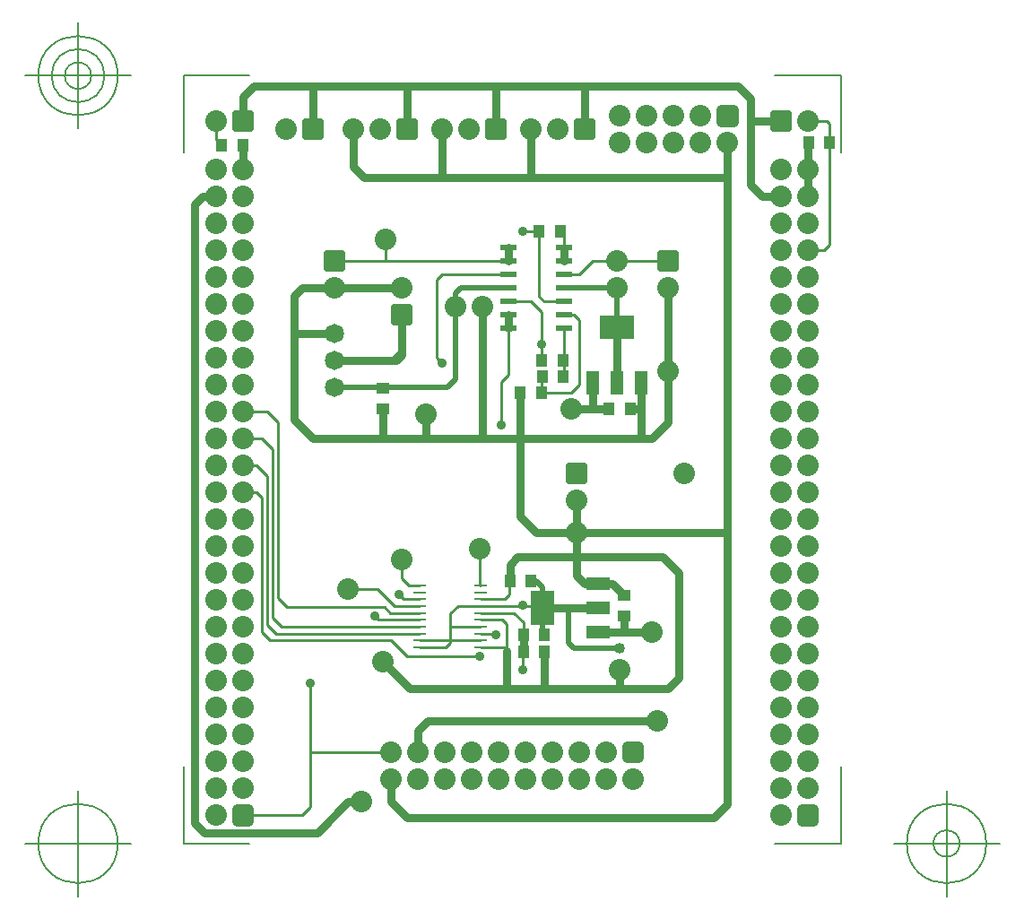
<source format=gbr>
G04 Generated by Ultiboard 13.0 *
%FSLAX25Y25*%
%MOIN*%

%ADD10C,0.00001*%
%ADD11C,0.03000*%
%ADD12C,0.01000*%
%ADD13C,0.02000*%
%ADD14C,0.00500*%
%ADD15C,0.08000*%
%ADD16C,0.03500*%
%ADD17R,0.06000X0.06000*%
%ADD18C,0.02000*%
%ADD19R,0.06102X0.02362*%
%ADD20R,0.04724X0.08661*%
%ADD21R,0.13000X0.08600*%
%ADD22R,0.04724X0.00984*%
%ADD23C,0.04000*%
%ADD24R,0.04000X0.05000*%
%ADD25R,0.08600X0.13000*%
%ADD26R,0.08661X0.04724*%
%ADD27R,0.05000X0.04000*%
%ADD28R,0.04083X0.04083*%
%ADD29C,0.03917*%
%ADD30C,0.07166*%


G04 ColorRGB 0000FF for the following layer *
%LNCopper Bottom*%
%LPD*%
G54D10*
G54D11*
X295000Y205000D02*
X295000Y196000D01*
X316000Y245000D02*
X316000Y196000D01*
X330100Y213000D02*
X330100Y196100D01*
X375000Y196000D02*
X375000Y216626D01*
X385000Y202000D02*
X379000Y196000D01*
X385000Y252000D02*
X385000Y202000D01*
X349000Y207000D02*
X363100Y207000D01*
X356945Y216681D02*
X356945Y207055D01*
X370800Y207000D02*
X375000Y207000D01*
X366000Y216681D02*
X366000Y237381D01*
X325764Y242000D02*
X325764Y237000D01*
X325764Y267000D02*
X325764Y262000D01*
X346236Y267000D02*
X346236Y262000D01*
X231000Y327000D02*
X227000Y323000D01*
X227000Y314000D02*
X227000Y323000D01*
X253000Y311000D02*
X253000Y327000D01*
X288000Y311000D02*
X288000Y327000D01*
X321000Y311000D02*
X321000Y327000D01*
X354000Y311000D02*
X354000Y327000D01*
X268000Y311000D02*
X268000Y297000D01*
X272000Y293000D01*
X301000Y311000D02*
X301000Y293000D01*
X272000Y293000D02*
X301000Y293000D01*
X302000Y293000D02*
X407100Y293000D01*
X334000Y311000D02*
X334000Y294000D01*
X335000Y293000D01*
X282000Y61000D02*
X282000Y69400D01*
X288000Y55000D02*
X282000Y61000D01*
X295600Y91000D02*
X292000Y87400D01*
X292000Y79400D01*
X381000Y91000D02*
X295600Y91000D01*
X407100Y60100D02*
X402000Y55000D01*
X407100Y60100D02*
X407100Y306000D01*
X402000Y55000D02*
X288000Y55000D01*
X338306Y133118D02*
X359006Y133118D01*
X338850Y116950D02*
X338850Y103150D01*
X331200Y123000D02*
X331200Y117000D01*
X359006Y124063D02*
X366000Y124063D01*
X378937Y124063D01*
X368687Y130218D02*
X368687Y124376D01*
X385000Y103000D02*
X389000Y107000D01*
X330000Y167000D02*
X330000Y196000D01*
X336000Y161000D02*
X330000Y167000D01*
X336000Y161000D02*
X407100Y161000D01*
X326200Y143000D02*
X326200Y149200D01*
X329000Y152000D01*
X383000Y152000D02*
X389000Y146000D01*
X329000Y152000D02*
X383000Y152000D01*
X389000Y107000D02*
X389000Y146000D01*
X351000Y145179D02*
X354006Y142173D01*
X359006Y142173D01*
X368687Y137918D02*
X364432Y142173D01*
X359006Y142173D01*
X325000Y117000D02*
X325000Y103000D01*
X385000Y103000D02*
X367000Y103000D01*
X366121Y103000D02*
X367000Y103879D01*
X367000Y110000D02*
X367000Y103879D01*
X366121Y103000D02*
X289000Y103000D01*
X279000Y113000D01*
X227000Y296000D02*
X227000Y304800D01*
X427000Y314000D02*
X416000Y314000D01*
X415500Y322500D02*
X411000Y327000D01*
X231000Y327000D01*
X437000Y286000D02*
X437000Y305800D01*
X420000Y286000D02*
X415500Y290500D01*
X427000Y286000D02*
X420000Y286000D01*
X415500Y290500D02*
X415500Y322500D01*
X351000Y145179D02*
X351000Y173000D01*
X217000Y286000D02*
X212000Y286000D01*
X209000Y283000D01*
X209000Y53000D01*
X212500Y49500D01*
X254500Y49500D01*
X266000Y61000D01*
X271000Y61000D02*
X266000Y61000D01*
X246000Y249000D02*
X246000Y203000D01*
X253000Y196000D01*
X249000Y252000D02*
X246000Y249000D01*
X261000Y235000D02*
X246000Y235000D01*
X279000Y207200D02*
X279000Y197000D01*
X278000Y196000D01*
X253000Y196000D02*
X379000Y196000D01*
X261000Y225000D02*
X284000Y225000D01*
X286000Y227000D01*
X276000Y252000D02*
X286000Y252000D01*
X249000Y252000D02*
X275000Y252000D01*
X283000Y225000D02*
X286000Y228000D01*
X286000Y227000D01*
X286000Y242000D02*
X286000Y229000D01*
G54D12*
X337800Y213000D02*
X349000Y213000D01*
X337800Y213000D02*
X337800Y218600D01*
X338200Y213400D02*
X337800Y213000D01*
X349000Y213000D02*
X352000Y216000D01*
X352000Y240000D02*
X352000Y216000D01*
X338100Y225000D02*
X338100Y230900D01*
X337800Y218600D02*
X338200Y219000D01*
X346236Y237000D02*
X346236Y219336D01*
X345900Y219000D01*
X338000Y243000D02*
X338000Y231000D01*
X350000Y242000D02*
X352000Y240000D01*
X345900Y236664D02*
X346236Y237000D01*
X325764Y247000D02*
X334000Y247000D01*
X338000Y243000D01*
X346236Y247000D02*
X339000Y247000D01*
X337100Y248900D02*
X337100Y273000D01*
X339000Y247000D02*
X337100Y248900D01*
X346236Y242000D02*
X350000Y242000D01*
X337100Y273000D02*
X331000Y273000D01*
X346236Y271564D02*
X344800Y273000D01*
X346236Y267000D02*
X346236Y271564D01*
X325764Y237000D02*
X325764Y219764D01*
X323000Y217000D01*
X323000Y201000D02*
X323000Y217000D01*
X315000Y155000D02*
X315000Y141933D01*
X315417Y141516D01*
X234000Y196000D02*
X227000Y196000D01*
X232000Y186000D02*
X227000Y186000D01*
X292583Y131280D02*
X281720Y131280D01*
X292583Y128720D02*
X277280Y128720D01*
X276000Y130000D02*
X277280Y128720D01*
X281720Y131280D02*
X279500Y133500D01*
X292583Y121043D02*
X315417Y121043D01*
X303978Y121022D02*
X304000Y121043D01*
X302441Y118484D02*
X303978Y120022D01*
X292583Y118484D02*
X302441Y118484D01*
X303978Y121022D02*
X303978Y120022D01*
X337585Y133839D02*
X338306Y133118D01*
X306839Y133839D02*
X337585Y133839D01*
X306839Y133839D02*
X303978Y130978D01*
X303978Y121022D02*
X303978Y130978D01*
X323280Y128720D02*
X325000Y127000D01*
X315417Y128720D02*
X323280Y128720D01*
X331000Y110000D02*
X331000Y117000D01*
X315417Y136398D02*
X324398Y136398D01*
X326000Y138000D01*
X326000Y142800D01*
X326200Y143000D01*
X292583Y133839D02*
X283161Y133839D01*
X292583Y136398D02*
X286602Y136398D01*
X285000Y138000D02*
X286602Y136398D01*
X315417Y126161D02*
X303978Y126161D01*
X325000Y117000D02*
X325000Y127000D01*
X315417Y118484D02*
X324484Y118484D01*
X325000Y119000D01*
X227000Y176000D02*
X232000Y176000D01*
X234000Y174000D01*
X236000Y182000D02*
X232000Y186000D01*
X238000Y192000D02*
X234000Y196000D01*
X321000Y123000D02*
X320398Y123602D01*
X315417Y123602D01*
X315000Y115000D02*
X288000Y115000D01*
X282000Y121000D01*
X283161Y133839D02*
X277000Y140000D01*
X266000Y140000D01*
X217000Y314000D02*
X217000Y307100D01*
X219100Y305000D01*
X437000Y314000D02*
X444000Y314000D01*
X445000Y313000D01*
X445000Y268000D02*
X443000Y266000D01*
X437000Y266000D01*
X445000Y268000D02*
X445000Y313000D01*
X252000Y59000D02*
X252000Y105000D01*
X252000Y59000D02*
X249000Y56000D01*
X227000Y56000D02*
X249000Y56000D01*
X282000Y79400D02*
X252400Y79400D01*
X252000Y79000D01*
X240000Y202000D02*
X236000Y206000D01*
X227000Y206000D01*
X240000Y136793D02*
X243293Y133500D01*
X279500Y133500D01*
X240000Y136793D02*
X240000Y202000D01*
X238000Y129454D02*
X241293Y126161D01*
X292583Y126161D02*
X241293Y126161D01*
X238000Y129454D02*
X238000Y192000D01*
X236000Y126895D02*
X239293Y123602D01*
X292583Y123602D02*
X239293Y123602D01*
X236000Y126895D02*
X236000Y182000D01*
X237000Y121000D02*
X234000Y124000D01*
X234000Y174000D02*
X234000Y124000D01*
X282000Y121000D02*
X237000Y121000D01*
X357000Y262000D02*
X352000Y257000D01*
X385000Y262000D02*
X357000Y262000D01*
X352000Y257000D02*
X346236Y257000D01*
X327720Y131280D02*
X331200Y127800D01*
X331200Y123000D02*
X331200Y127800D01*
X315417Y131280D02*
X327720Y131280D01*
X325764Y262000D02*
X261000Y262000D01*
X280000Y270000D02*
X280000Y262000D01*
X299000Y226000D02*
X301000Y224000D01*
X301000Y257000D02*
X299000Y255000D01*
X299000Y226000D02*
X299000Y255000D01*
X325764Y257000D02*
X301000Y257000D01*
X288484Y141516D02*
X286000Y144000D01*
X286000Y151000D01*
X292583Y141516D02*
X288484Y141516D01*
G54D13*
X366000Y237381D02*
X366000Y252000D01*
X308000Y252000D02*
X306000Y250000D01*
X325764Y252000D02*
X308000Y252000D01*
X346236Y252000D02*
X366000Y252000D01*
X339487Y133618D02*
X338987Y133118D01*
X336000Y143000D02*
X338306Y140694D01*
X333900Y143000D02*
X336000Y143000D01*
X338306Y140694D02*
X338306Y133118D01*
X338306Y133118D02*
X338306Y123594D01*
X338900Y123000D01*
X350000Y118000D02*
X367000Y118000D01*
X348000Y120000D02*
X350000Y118000D01*
X348000Y133118D02*
X348000Y120000D01*
X261000Y215000D02*
X303000Y215000D01*
X306000Y218000D01*
X306000Y250000D01*
G54D14*
X205000Y45535D02*
X205000Y74082D01*
X205000Y45535D02*
X229413Y45535D01*
X449126Y45535D02*
X424713Y45535D01*
X449126Y45535D02*
X449126Y74082D01*
X449126Y331000D02*
X449126Y302454D01*
X449126Y331000D02*
X424713Y331000D01*
X205000Y331000D02*
X229413Y331000D01*
X205000Y331000D02*
X205000Y302454D01*
X185315Y45535D02*
X145945Y45535D01*
X165630Y25850D02*
X165630Y65220D01*
X150866Y45535D02*
G75*
D01*
G02X150866Y45535I14764J0*
G01*
X468811Y45535D02*
X508181Y45535D01*
X488496Y25850D02*
X488496Y65220D01*
X473732Y45535D02*
G75*
D01*
G02X473732Y45535I14764J0*
G01*
X483575Y45535D02*
G75*
D01*
G02X483575Y45535I4921J0*
G01*
X185315Y331000D02*
X145945Y331000D01*
X165630Y311315D02*
X165630Y350685D01*
X150866Y331000D02*
G75*
D01*
G02X150866Y331000I14764J0*
G01*
X155787Y331000D02*
G75*
D01*
G02X155787Y331000I9843J0*
G01*
X160709Y331000D02*
G75*
D01*
G02X160709Y331000I4921J0*
G01*
G54D15*
X391000Y183000D03*
X295000Y205000D03*
X349000Y207000D03*
X306000Y245000D03*
X316000Y245000D03*
X366000Y252000D03*
X366000Y262000D03*
X315000Y155000D03*
X217000Y314000D03*
X385000Y221000D03*
X243000Y311000D03*
X261000Y252000D03*
X385000Y252000D03*
X278000Y311000D03*
X268000Y311000D03*
X351000Y173000D03*
X311000Y311000D03*
X301000Y311000D03*
X344000Y311000D03*
X334000Y311000D03*
X381000Y91000D03*
X367000Y110000D03*
X379000Y124000D03*
X351000Y161000D03*
X279000Y113000D03*
X266000Y140000D03*
X342000Y79400D03*
X352000Y79400D03*
X362000Y79400D03*
X322000Y79400D03*
X332000Y79400D03*
X312000Y79400D03*
X372000Y69400D03*
X342000Y69400D03*
X352000Y69400D03*
X362000Y69400D03*
X322000Y69400D03*
X332000Y69400D03*
X312000Y69400D03*
X292000Y79400D03*
X302000Y79400D03*
X282000Y79400D03*
X292000Y69400D03*
X302000Y69400D03*
X282000Y69400D03*
X387100Y306000D03*
X387100Y316000D03*
X407100Y306000D03*
X397100Y306000D03*
X397100Y316000D03*
X367100Y316000D03*
X367100Y306000D03*
X377100Y306000D03*
X377100Y316000D03*
X227000Y146000D03*
X217000Y146000D03*
X227000Y86000D03*
X217000Y86000D03*
X227000Y66000D03*
X227000Y76000D03*
X217000Y56000D03*
X217000Y66000D03*
X217000Y76000D03*
X227000Y116000D03*
X227000Y96000D03*
X227000Y106000D03*
X227000Y126000D03*
X227000Y136000D03*
X217000Y116000D03*
X217000Y106000D03*
X217000Y96000D03*
X217000Y136000D03*
X217000Y126000D03*
X227000Y276000D03*
X217000Y276000D03*
X227000Y216000D03*
X217000Y216000D03*
X227000Y206000D03*
X227000Y176000D03*
X227000Y156000D03*
X227000Y166000D03*
X227000Y196000D03*
X227000Y186000D03*
X217000Y166000D03*
X217000Y156000D03*
X217000Y176000D03*
X217000Y196000D03*
X217000Y186000D03*
X217000Y206000D03*
X227000Y236000D03*
X227000Y226000D03*
X227000Y256000D03*
X227000Y246000D03*
X227000Y266000D03*
X217000Y246000D03*
X217000Y226000D03*
X217000Y236000D03*
X217000Y256000D03*
X217000Y266000D03*
X227000Y286000D03*
X227000Y296000D03*
X217000Y286000D03*
X217000Y296000D03*
X427000Y56000D03*
X427000Y66000D03*
X437000Y66000D03*
X427000Y76000D03*
X437000Y76000D03*
X427000Y86000D03*
X437000Y86000D03*
X427000Y96000D03*
X437000Y96000D03*
X437000Y146000D03*
X427000Y146000D03*
X437000Y116000D03*
X437000Y106000D03*
X437000Y126000D03*
X437000Y136000D03*
X427000Y116000D03*
X427000Y106000D03*
X427000Y136000D03*
X427000Y126000D03*
X437000Y276000D03*
X427000Y276000D03*
X437000Y216000D03*
X427000Y216000D03*
X437000Y206000D03*
X437000Y176000D03*
X437000Y156000D03*
X437000Y166000D03*
X437000Y196000D03*
X437000Y186000D03*
X427000Y166000D03*
X427000Y156000D03*
X427000Y176000D03*
X427000Y196000D03*
X427000Y186000D03*
X427000Y206000D03*
X437000Y236000D03*
X437000Y226000D03*
X437000Y256000D03*
X437000Y246000D03*
X437000Y266000D03*
X427000Y246000D03*
X427000Y226000D03*
X427000Y236000D03*
X427000Y256000D03*
X427000Y266000D03*
X437000Y286000D03*
X437000Y296000D03*
X427000Y286000D03*
X427000Y296000D03*
X437000Y314000D03*
X271000Y61000D03*
X280000Y270000D03*
X286000Y151000D03*
X286000Y252000D03*
G54D16*
X338000Y231000D03*
X331000Y273000D03*
X323000Y201000D03*
X276000Y130000D03*
X331000Y110000D03*
X285000Y138000D03*
X321000Y123000D03*
X315000Y115000D03*
X252000Y105000D03*
X331000Y134000D03*
X301000Y224000D03*
G54D17*
X227000Y314000D03*
X253000Y311000D03*
X261000Y262000D03*
X385000Y262000D03*
X288000Y311000D03*
X351000Y183000D03*
X321000Y311000D03*
X354000Y311000D03*
X427000Y314000D03*
X286000Y242000D03*
G54D18*
X224000Y311000D02*
X230000Y311000D01*
X230000Y317000D01*
X224000Y317000D01*
X224000Y311000D01*D02*
X250000Y308000D02*
X256000Y308000D01*
X256000Y314000D01*
X250000Y314000D01*
X250000Y308000D01*D02*
X258000Y259000D02*
X264000Y259000D01*
X264000Y265000D01*
X258000Y265000D01*
X258000Y259000D01*D02*
X382000Y259000D02*
X388000Y259000D01*
X388000Y265000D01*
X382000Y265000D01*
X382000Y259000D01*D02*
X285000Y308000D02*
X291000Y308000D01*
X291000Y314000D01*
X285000Y314000D01*
X285000Y308000D01*D02*
X348000Y180000D02*
X354000Y180000D01*
X354000Y186000D01*
X348000Y186000D01*
X348000Y180000D01*D02*
X318000Y308000D02*
X324000Y308000D01*
X324000Y314000D01*
X318000Y314000D01*
X318000Y308000D01*D02*
X351000Y308000D02*
X357000Y308000D01*
X357000Y314000D01*
X351000Y314000D01*
X351000Y308000D01*D02*
X424000Y311000D02*
X430000Y311000D01*
X430000Y317000D01*
X424000Y317000D01*
X424000Y311000D01*D02*
X283000Y239000D02*
X289000Y239000D01*
X289000Y245000D01*
X283000Y245000D01*
X283000Y239000D01*D02*
G54D19*
X325764Y237000D03*
X346236Y237000D03*
X325764Y242000D03*
X346236Y242000D03*
X325764Y247000D03*
X325764Y252000D03*
X346236Y247000D03*
X346236Y252000D03*
X325764Y257000D03*
X325764Y262000D03*
X346236Y257000D03*
X346236Y262000D03*
X325764Y267000D03*
X346236Y267000D03*
G54D20*
X356945Y216681D03*
X366000Y216681D03*
X375055Y216681D03*
G54D21*
X366000Y237381D03*
G54D22*
X292583Y118484D03*
X315417Y118484D03*
X292583Y121043D03*
X292583Y126161D03*
X292583Y123602D03*
X315417Y121043D03*
X315417Y126161D03*
X315417Y123602D03*
X292583Y128720D03*
X292583Y133839D03*
X292583Y131280D03*
X315417Y128720D03*
X315417Y133839D03*
X315417Y131280D03*
X292583Y136398D03*
X292583Y141516D03*
X292583Y138957D03*
X315417Y136398D03*
X315417Y141516D03*
X315417Y138957D03*
G54D23*
X367000Y118000D03*
G54D24*
X330100Y213000D03*
X337800Y213000D03*
X338200Y219000D03*
X345900Y219000D03*
X331150Y116950D03*
X338850Y116950D03*
X331200Y123000D03*
X338900Y123000D03*
X326200Y143000D03*
X333900Y143000D03*
X338100Y225000D03*
X345800Y225000D03*
X344800Y273000D03*
X337100Y273000D03*
X363100Y207000D03*
X370800Y207000D03*
X437200Y306000D03*
X444900Y306000D03*
X219100Y305000D03*
X226800Y305000D03*
G54D25*
X338306Y133118D03*
G54D26*
X359006Y124063D03*
X359006Y133118D03*
X359006Y142173D03*
G54D27*
X368687Y130218D03*
X368687Y137918D03*
X279000Y207200D03*
X279000Y214900D03*
G54D28*
X372000Y79400D03*
X407100Y316000D03*
X227000Y56000D03*
X437000Y56000D03*
G54D29*
X369959Y77359D02*
X374041Y77359D01*
X374041Y81441D01*
X369959Y81441D01*
X369959Y77359D01*D02*
X405059Y313959D02*
X409141Y313959D01*
X409141Y318041D01*
X405059Y318041D01*
X405059Y313959D01*D02*
X224959Y53959D02*
X229041Y53959D01*
X229041Y58041D01*
X224959Y58041D01*
X224959Y53959D01*D02*
X434959Y53959D02*
X439041Y53959D01*
X439041Y58041D01*
X434959Y58041D01*
X434959Y53959D01*D02*
G54D30*
X261000Y215000D03*
X261000Y235000D03*
X261000Y225000D03*

M02*

</source>
